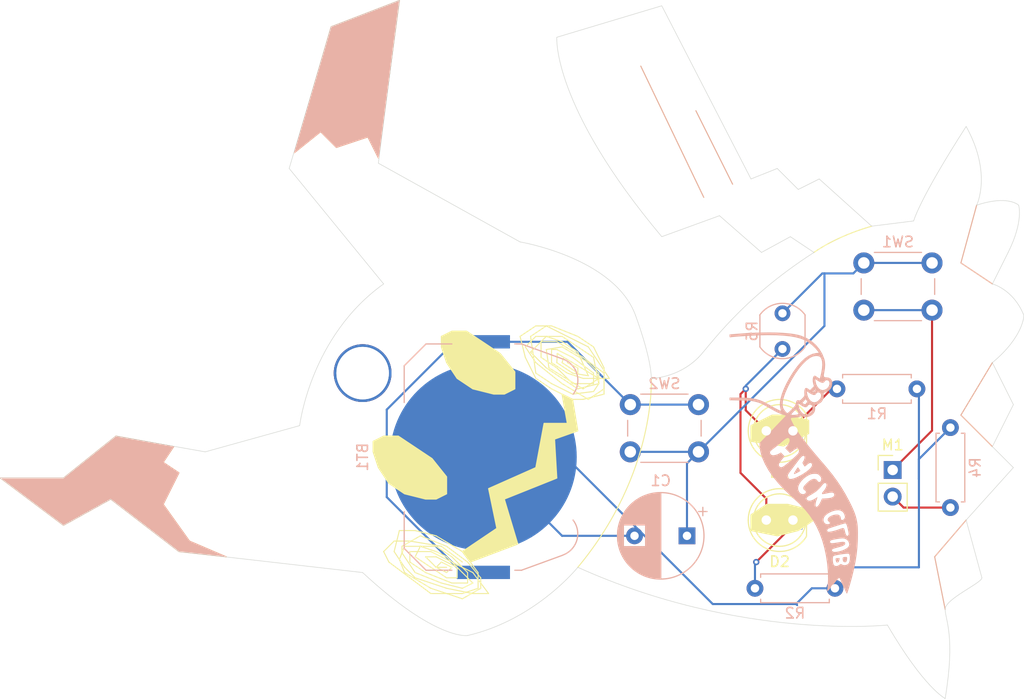
<source format=kicad_pcb>
(kicad_pcb (version 20241229) (generator "pcbnew") (generator_version "9.0")
  (layers (0 "F.Cu" signal) (2 "B.Cu" signal) (13 "F.Paste" user) (15 "B.Paste" user) (5 "F.SilkS" user "F.Silkscreen") (7 "B.SilkS" user "B.Silkscreen") (1 "F.Mask" user) (3 "B.Mask" user) (25 "Edge.Cuts" user))
  (net 0 "")
  (net 1 "Net-(BT1--)")
  (net 2 "Net-(BT1-+)")
  (net 3 "Net-(C1-Pad1)")
  (net 4 "Net-(D1-K)")
  (net 5 "Net-(D1-A)")
  (net 6 "Net-(D2-K)")
  (net 7 "Net-(M1-+)")
  (net 8 "Net-(M1--)")
  (footprint "LED_THT:LED_D5.0mm" (layer "F.Cu") (at 123 111.5 180)
    (property "Reference" "D2" (at 1.27 -3.96 0) (layer "F.SilkS"))
    (property "Value" "LED")
    (pad "1" thru_hole rect (at 0 0 180) (size 1.8 1.8) (drill 0.9) (layers "*.Cu" "*.Mask") (net 6 "Net-(D2-K)"))
    (pad "2" thru_hole circle (at 2.54 0 180) (size 1.8 1.8) (drill 0.9) (layers "*.Cu" "*.Mask") (net 5 "Net-(D1-A)"))
  )
  (footprint "Connector_PinHeader_2.54mm:PinHeader_1x02_P2.54mm_Vertical" (layer "F.Cu") (at 132.5 106.725)
    (property "Reference" "M1" (at 0 -2.38 0) (layer "F.SilkS"))
    (property "Value" "Motor_DC")
    (pad "1" thru_hole rect (at 0 0) (size 1.7 1.7) (drill 1) (layers "*.Cu" "*.Mask") (net 7 "Net-(M1-+)"))
    (pad "2" thru_hole circle (at 0 2.54) (size 1.7 1.7) (drill 1) (layers "*.Cu" "*.Mask") (net 8 "Net-(M1--)"))
  )
  (footprint "LED_THT:LED_D5.0mm" (layer "F.Cu") (at 123 103 180)
    (property "Reference" "D1" (at 1.27 -3.96 0) (layer "F.SilkS"))
    (property "Value" "LED")
    (pad "1" thru_hole rect (at 0 0 180) (size 1.8 1.8) (drill 0.9) (layers "*.Cu" "*.Mask") (net 4 "Net-(D1-K)"))
    (pad "2" thru_hole circle (at 2.54 0 180) (size 1.8 1.8) (drill 0.9) (layers "*.Cu" "*.Mask") (net 5 "Net-(D1-A)"))
  )
  (footprint "Capacitor_THT:CP_Radial_D8.0mm_P5.00mm" (layer "B.Cu") (at 112.902651 113 180)
    (property "Reference" "C1" (at 2.5 5.25 0) (layer "B.SilkS") (effects (justify mirror)))
    (property "Value" "C")
    (pad "1" thru_hole rect (at 0 0 180) (size 1.6 1.6) (drill 0.8) (layers "*.Cu" "*.Mask") (net 3 "Net-(C1-Pad1)"))
    (pad "2" thru_hole circle (at 5 0 180) (size 1.6 1.6) (drill 0.8) (layers "*.Cu" "*.Mask") (net 1 "Net-(BT1--)"))
  )
  (footprint "LOGO" (layer "B.Cu") (at 124 106 -90)
    (property "Reference" "G***" (hide yes))
    (property "Value" "LOGO" (hide yes))
  )
  (footprint "Button_Switch_THT:SW_PUSH_6mm" (layer "B.Cu") (at 114 100.5 180)
    (property "Reference" "SW2" (at 3.25 2 0) (layer "B.SilkS") (effects (justify mirror)))
    (property "Value" "SW_Push")
    (pad "1" thru_hole circle (at 0 0 90) (size 2 2) (drill 1.1) (layers "*.Cu" "*.Mask") (net 2 "Net-(BT1-+)"))
    (pad "1" thru_hole circle (at 6.5 0 90) (size 2 2) (drill 1.1) (layers "*.Cu" "*.Mask") (net 2 "Net-(BT1-+)"))
    (pad "2" thru_hole circle (at 0 -4.5 90) (size 2 2) (drill 1.1) (layers "*.Cu" "*.Mask") (net 3 "Net-(C1-Pad1)"))
    (pad "2" thru_hole circle (at 6.5 -4.5 90) (size 2 2) (drill 1.1) (layers "*.Cu" "*.Mask") (net 3 "Net-(C1-Pad1)"))
  )
  (footprint "Button_Switch_THT:SW_PUSH_6mm" (layer "B.Cu") (at 136.25 87 180)
    (property "Reference" "SW1" (at 3.25 2 0) (layer "B.SilkS") (effects (justify mirror)))
    (property "Value" "SW_Push")
    (pad "1" thru_hole circle (at 0 0 90) (size 2 2) (drill 1.1) (layers "*.Cu" "*.Mask") (net 3 "Net-(C1-Pad1)"))
    (pad "1" thru_hole circle (at 6.5 0 90) (size 2 2) (drill 1.1) (layers "*.Cu" "*.Mask") (net 3 "Net-(C1-Pad1)"))
    (pad "2" thru_hole circle (at 0 -4.5 90) (size 2 2) (drill 1.1) (layers "*.Cu" "*.Mask") (net 7 "Net-(M1-+)"))
    (pad "2" thru_hole circle (at 6.5 -4.5 90) (size 2 2) (drill 1.1) (layers "*.Cu" "*.Mask") (net 7 "Net-(M1-+)"))
  )
  (footprint "Battery:BatteryHolder_Keystone_3034_1x20mm" (layer "B.Cu") (at 93.5 105.5 -90)
    (property "Reference" "BT1" (at 0 11.5 90) (layer "B.SilkS") (effects (justify mirror)))
    (property "Value" "Battery_Cell")
    (pad "1" smd rect (at -10.985 0 270) (size 1.27 5.08) (layers "B.Cu" "B.Mask" "B.Paste") (net 2 "Net-(BT1-+)"))
    (pad "1" smd rect (at 10.985 0 270) (size 1.27 5.08) (layers "B.Cu" "B.Mask" "B.Paste") (net 2 "Net-(BT1-+)"))
    (pad "2" smd circle (at 0 0 270) (size 17.8 17.8) (layers "B.Cu" "B.Mask") (net 1 "Net-(BT1--)"))
  )
  (footprint "Resistor_THT:R_Axial_DIN0207_L6.3mm_D2.5mm_P7.62mm_Horizontal" (layer "B.Cu") (at 119.38 118)
    (property "Reference" "R2" (at 3.81 2.37 0) (layer "B.SilkS") (effects (justify mirror)))
    (property "Value" "220R")
    (pad "1" thru_hole circle (at 0 0) (size 1.6 1.6) (drill 0.8) (layers "*.Cu" "*.Mask") (net 6 "Net-(D2-K)"))
    (pad "2" thru_hole oval (at 7.62 0) (size 1.6 1.6) (drill 0.8) (layers "*.Cu" "*.Mask") (net 1 "Net-(BT1--)"))
  )
  (footprint "Resistor_THT:R_Axial_DIN0207_L6.3mm_D2.5mm_P7.62mm_Horizontal" (layer "B.Cu") (at 138 110.31 90)
    (property "Reference" "R4" (at 3.81 2.37 90) (layer "B.SilkS") (effects (justify mirror)))
    (property "Value" "220R")
    (pad "1" thru_hole circle (at 0 0 90) (size 1.6 1.6) (drill 0.8) (layers "*.Cu" "*.Mask") (net 8 "Net-(M1--)"))
    (pad "2" thru_hole oval (at 7.62 0 90) (size 1.6 1.6) (drill 0.8) (layers "*.Cu" "*.Mask") (net 1 "Net-(BT1--)"))
  )
  (footprint "OptoDevice:R_LDR_5.1x4.3mm_P3.4mm_Vertical" (layer "B.Cu") (at 122 91.8 -90)
    (property "Reference" "R5" (at 1.7 2.9 90) (layer "B.SilkS") (effects (justify mirror)))
    (property "Value" "R_Photo")
    (pad "1" thru_hole circle (at 0 0 270) (size 1.5 1.5) (drill 0.8) (layers "*.Cu" "*.Mask") (net 3 "Net-(C1-Pad1)"))
    (pad "2" thru_hole circle (at 3.4 0 270) (size 1.5 1.5) (drill 0.8) (layers "*.Cu" "*.Mask") (net 5 "Net-(D1-A)"))
  )
  (footprint "Resistor_THT:R_Axial_DIN0207_L6.3mm_D2.5mm_P7.62mm_Horizontal" (layer "B.Cu") (at 127.19 99)
    (property "Reference" "R1" (at 3.81 2.37 0) (layer "B.SilkS") (effects (justify mirror)))
    (property "Value" "220R")
    (pad "1" thru_hole circle (at 0 0) (size 1.6 1.6) (drill 0.8) (layers "*.Cu" "*.Mask") (net 4 "Net-(D1-K)"))
    (pad "2" thru_hole oval (at 7.62 0) (size 1.6 1.6) (drill 0.8) (layers "*.Cu" "*.Mask") (net 1 "Net-(BT1--)"))
  )
  (gr_line (start 91 116) (end 89 115) (stroke (width 0.1)) (layer "F.SilkS"))
  (gr_line (start 90.5 115) (end 89 114) (stroke (width 0.1)) (layer "F.SilkS"))
  (gr_line (start 101.5 97.5) (end 103 98) (stroke (width 0.1)) (layer "F.SilkS"))
  (gr_line (start 88 115) (end 89 116) (stroke (width 0.1)) (layer "F.SilkS"))
  (gr_line (start 97 94) (end 97.5 96) (stroke (width 0.1)) (layer "F.SilkS"))
  (gr_line (start 139 87) (end 140.5 81.5) (stroke (width 0.1)) (layer "F.SilkS"))
  (gr_line (start 100.5 97) (end 102 98.5) (stroke (width 0.1)) (layer "F.SilkS"))
  (gr_line (start 93 118) (end 93 116.5) (stroke (width 0.1)) (layer "F.SilkS"))
  (gr_line (start 101.5 94) (end 99.5 93) (stroke (width 0.1)) (layer "F.SilkS"))
  (gr_line (start 100.541667 95.625) (end 100.5 96.5) (stroke (width 0.1)) (layer "F.SilkS"))
  (gr_line (start 98.5 96.5) (end 101 98.5) (stroke (width 0.1)) (layer "F.SilkS"))
  (gr_line (start 86.5 117) (end 88.5 118.5) (stroke (width 0.1)) (layer "F.SilkS"))
  (gr_line (start 89 113) (end 87 112.5) (stroke (width 0.1)) (layer "F.SilkS"))
  (gr_line (start 92 115.5) (end 90 114) (stroke (width 0.1)) (layer "F.SilkS"))
  (gr_line (start 98.5 98) (end 100 99) (stroke (width 0.1)) (layer "F.SilkS"))
  (gr_line (start 103 98) (end 105.5 98) (stroke (width 0.1)) (layer "F.SilkS"))
  (gr_line (start 103.5 96.5) (end 101 95) (stroke (width 0.1)) (layer "F.SilkS"))
  (gr_line (start 93.25 117) (end 93.25 118) (stroke (width 0.1)) (layer "F.SilkS"))
  (gr_line (start 102.5 97) (end 101.5 96.5) (stroke (width 0.1)) (layer "F.SilkS"))
  (gr_line (start 91.5 115.5) (end 89.5 114) (stroke (width 0.1)) (layer "F.SilkS"))
  (gr_line (start 100 96.5) (end 101.5 97.5) (stroke (width 0.1)) (layer "F.SilkS"))
  (gr_line (start 84.5 115.5) (end 86.5 117) (stroke (width 0.1)) (layer "F.SilkS"))
  (gr_curve (pts (xy 102.5 116) (xy 110 107) (xy 109.5 98) (xy 109.5 98)) (stroke (width 0.1)) (layer "F.SilkS"))
  (gr_line (start 89.5 115) (end 88.5 114.5) (stroke (width 0.1)) (layer "F.SilkS"))
  (gr_line (start 102.5 99) (end 104.5 98.5) (stroke (width 0.1)) (layer "F.SilkS"))
  (gr_line (start 88 116.5) (end 90.5 117.5) (stroke (width 0.1)) (layer "F.SilkS"))
  (gr_line (start 97.5 95) (end 98.5 96.5) (stroke (width 0.1)) (layer "F.SilkS"))
  (gr_line (start 89.5 117.5) (end 91.5 118) (stroke (width 0.1)) (layer "F.SilkS"))
  (gr_line (start 100 95.25) (end 100 96.5) (stroke (width 0.1)) (layer "F.SilkS"))
  (gr_line (start 104 99.25) (end 104.5 98.5) (stroke (width 0.1)) (layer "F.SilkS"))
  (gr_line (start 89 114.5) (end 87.5 114) (stroke (width 0.1)) (layer "F.SilkS"))
  (gr_line (start 90 117) (end 91 117) (stroke (width 0.1)) (layer "F.SilkS"))
  (gr_line (start 92.5 118.5) (end 94 118.5) (stroke (width 0.1)) (layer "F.SilkS"))
  (gr_line (start 103.5 100) (end 105 99) (stroke (width 0.1)) (layer "F.SilkS"))
  (gr_line (start 104.5 97.5) (end 103.5 96.5) (stroke (width 0.1)) (layer "F.SilkS"))
  (gr_line (start 85 114.5) (end 86 116) (stroke (width 0.1)) (layer "F.SilkS"))
  (gr_line (start 86 116.5) (end 88.5 118) (stroke (width 0.1)) (layer "F.SilkS"))
  (gr_line (start 90 115) (end 89 114.5) (stroke (width 0.1)) (layer "F.SilkS"))
  (gr_line (start 94 118.5) (end 92.5 116.5) (stroke (width 0.1)) (layer "F.SilkS"))
  (gr_line (start 91.5 119) (end 93.25 118) (stroke (width 0.1)) (layer "F.SilkS"))
  (gr_line (start 101.166667 96) (end 101 96.5) (stroke (width 0.1)) (layer "F.SilkS"))
  (gr_poly (pts (xy 119 104) (xy 119 102.5) (xy 121 101.5) (xy 122.5 101.5) (xy 124.5 102) (xy 124.5 103.25) (xy 122.11111 104.444445)) (stroke (width 0.1)) (fill yes) (layer "F.SilkS"))
  (gr_line (start 90.5 116) (end 89.5 115.5) (stroke (width 0.1)) (layer "F.SilkS"))
  (gr_line (start 100.5 95.25) (end 100 95.25) (stroke (width 0.1)) (layer "F.SilkS"))
  (gr_line (start 85.5 112.5) (end 85 114.5) (stroke (width 0.1)) (layer "F.SilkS"))
  (gr_line (start 92 116.5) (end 90.5 115) (stroke (width 0.1)) (layer "F.SilkS"))
  (gr_line (start 103 100) (end 105 99.5) (stroke (width 0.1)) (layer "F.SilkS"))
  (gr_line (start 98 94) (end 98.5 97.5) (stroke (width 0.1)) (layer "F.SilkS"))
  (gr_line (start 86.5 115.5) (end 88 116.5) (stroke (width 0.1)) (layer "F.SilkS"))
  (gr_line (start 102 96) (end 100.5 95.25) (stroke (width 0.1)) (layer "F.SilkS"))
  (gr_line (start 104 97.5) (end 102 96) (stroke (width 0.1)) (layer "F.SilkS"))
  (gr_line (start 89 116) (end 90 116) (stroke (width 0.1)) (layer "F.SilkS"))
  (gr_line (start 89 114) (end 87.5 114) (stroke (width 0.1)) (layer "F.SilkS"))
  (gr_line (start 90 118) (end 92.5 118.5) (stroke (width 0.1)) (layer "F.SilkS"))
  (gr_line (start 117.25 79.5) (end 113.75 72.5) (stroke (width 0.1)) (layer "F.SilkS"))
  (gr_line (start 93.25 117) (end 92 115.5) (stroke (width 0.1)) (layer "F.SilkS"))
  (gr_line (start 93 116.5) (end 91.5 114.5) (stroke (width 0.1)) (layer "F.SilkS"))
  (gr_line (start 104 98.5) (end 104 97.5) (stroke (width 0.1)) (layer "F.SilkS"))
  (gr_line (start 98.5 97.5) (end 100 98.5) (stroke (width 0.1)) (layer "F.SilkS"))
  (gr_line (start 99.5 95.25) (end 99.75 97) (stroke (width 0.1)) (layer "F.SilkS"))
  (gr_line (start 90.5 117.5) (end 92 117.5) (stroke (width 0.1)) (layer "F.SilkS"))
  (gr_line (start 100.5 94.5) (end 99 94.5) (stroke (width 0.1)) (layer "F.SilkS"))
  (gr_poly (pts (xy 122.5 110) (xy 120.5 110) (xy 119 111) (xy 119 112.5) (xy 121.5 113) (xy 123.5 112.5) (xy 125 111.5) (xy 124.5 110.5)) (stroke (width 0.1)) (fill yes) (layer "F.SilkS"))
  (gr_line (start 142 104.5) (end 139 101.5) (stroke (width 0.1)) (layer "F.SilkS"))
  (gr_line (start 90 116.5) (end 90.5 116) (stroke (width 0.1)) (layer "F.SilkS"))
  (gr_line (start 98.5 93) (end 97 94) (stroke (width 0.1)) (layer "F.SilkS"))
  (gr_poly (pts (xy 90 107.375) (xy 88.614286 105.642858) (xy 85.399999 103.5) (xy 84 103.5) (xy 83 104) (xy 83 105) (xy 83.5 106.5) (xy 84.5 108) (xy 86 109) (xy 88 109.5) (xy 89 109.5) (xy 90 109)) (stroke (width 0.1)) (fill yes) (layer "F.SilkS"))
  (gr_line (start 91 117) (end 91 116) (stroke (width 0.1)) (layer "F.SilkS"))
  (gr_line (start 84 114.5) (end 84.5 115.5) (stroke (width 0.1)) (layer "F.SilkS"))
  (gr_line (start 87.5 113) (end 85.75 114) (stroke (width 0.1)) (layer "F.SilkS"))
  (gr_line (start 104 95) (end 102.5 94) (stroke (width 0.1)) (layer "F.SilkS"))
  (gr_line (start 102 100) (end 103 100) (stroke (width 0.1)) (layer "F.SilkS"))
  (gr_line (start 102 96.5) (end 100.541667 95.625) (stroke (width 0.1)) (layer "F.SilkS"))
  (gr_line (start 91.5 118) (end 92.5 117.5) (stroke (width 0.1)) (layer "F.SilkS"))
  (gr_line (start 86 114) (end 85.5 115.25) (stroke (width 0.1)) (layer "F.SilkS"))
  (gr_line (start 102.5 99) (end 99.5 97) (stroke (width 0.1)) (layer "F.SilkS"))
  (gr_line (start 91.5 116.5) (end 90 115) (stroke (width 0.1)) (layer "F.SilkS"))
  (gr_line (start 105.5 98) (end 103.5 95) (stroke (width 0.1)) (layer "F.SilkS"))
  (gr_line (start 100 93) (end 98.5 93) (stroke (width 0.1)) (layer "F.SilkS"))
  (gr_line (start 104.5 98.5) (end 104.5 97.5) (stroke (width 0.1)) (layer "F.SilkS"))
  (gr_line (start 105 99) (end 105 97) (stroke (width 0.1)) (layer "F.SilkS"))
  (gr_line (start 89 116) (end 90 116.5) (stroke (width 0.1)) (layer "F.SilkS"))
  (gr_line (start 89 113) (end 91.5 114.5) (stroke (width 0.1)) (layer "F.SilkS"))
  (gr_line (start 85.75 114) (end 85.75 114.625) (stroke (width 0.1)) (layer "F.SilkS"))
  (gr_line (start 99.75 97) (end 103 99) (stroke (width 0.1)) (layer "F.SilkS"))
  (gr_poly (pts (xy 79 64.5) (xy 85.5 62) (xy 83.5 77) (xy 82.5 75) (xy 79.5 76) (xy 78 74.5) (xy 75.5 76.5)) (stroke (width 0.1)) (fill yes) (layer "F.SilkS"))
  (gr_line (start 92.5 117.5) (end 91.5 116.5) (stroke (width 0.1)) (layer "F.SilkS"))
  (gr_line (start 98.5 94) (end 97.5 95) (stroke (width 0.1)) (layer "F.SilkS"))
  (gr_line (start 98 95.5) (end 99.5 97) (stroke (width 0.1)) (layer "F.SilkS"))
  (gr_line (start 101 94) (end 98.5 94) (stroke (width 0.1)) (layer "F.SilkS"))
  (gr_line (start 102.5 97.5) (end 102.5 97) (stroke (width 0.1)) (layer "F.SilkS"))
  (gr_line (start 97.5 96) (end 98.5 98) (stroke (width 0.1)) (layer "F.SilkS"))
  (gr_line (start 99 94.5) (end 99 96) (stroke (width 0.1)) (layer "F.SilkS"))
  (gr_line (start 100 99) (end 102 100) (stroke (width 0.1)) (layer "F.SilkS"))
  (gr_line (start 99 96) (end 100.5 97) (stroke (width 0.1)) (layer "F.SilkS"))
  (gr_line (start 105 97.5) (end 103 96) (stroke (width 0.1)) (layer "F.SilkS"))
  (gr_line (start 89 115) (end 88 115) (stroke (width 0.1)) (layer "F.SilkS"))
  (gr_line (start 88.5 114.5) (end 87.5 114.5) (stroke (width 0.1)) (layer "F.SilkS"))
  (gr_line (start 139.5 111.5) (end 136.5 115) (stroke (width 0.1)) (layer "F.SilkS"))
  (gr_line (start 105 97) (end 104 95) (stroke (width 0.1)) (layer "F.SilkS"))
  (gr_line (start 99 94.5) (end 98 95.5) (stroke (width 0.1)) (layer "F.SilkS"))
  (gr_line (start 103 96) (end 100.5 94.5) (stroke (width 0.1)) (layer "F.SilkS"))
  (gr_line (start 92 117.5) (end 92 116.5) (stroke (width 0.1)) (layer "F.SilkS"))
  (gr_line (start 87.5 114) (end 87 115) (stroke (width 0.1)) (layer "F.SilkS"))
  (gr_line (start 103.5 95) (end 101.5 94) (stroke (width 0.1)) (layer "F.SilkS"))
  (gr_poly (pts (xy 58.5 103.5) (xy 53.5 107.5) (xy 47.5 107.5) (xy 53.5 112) (xy 58 109.5) (xy 64.5 114.5) (xy 69 115) (xy 65.5 113.5) (xy 63 110) (xy 64.5 107) (xy 63 106) (xy 64 104.5)) (stroke (width 0.1)) (fill yes) (layer "F.SilkS"))
  (gr_line (start 101 98.5) (end 103.5 100) (stroke (width 0.1)) (layer "F.SilkS"))
  (gr_line (start 87.5 114) (end 86 114) (stroke (width 0.1)) (layer "F.SilkS"))
  (gr_line (start 103 99) (end 104.5 98) (stroke (width 0.1)) (layer "F.SilkS"))
  (gr_line (start 102 97.5) (end 103.5 97.75) (stroke (width 0.1)) (layer "F.SilkS"))
  (gr_line (start 101 94.5) (end 99.5 94) (stroke (width 0.1)) (layer "F.SilkS"))
  (gr_line (start 85.75 114.625) (end 87 116.5) (stroke (width 0.1)) (layer "F.SilkS"))
  (gr_line (start 91.5 118.5) (end 93 118) (stroke (width 0.1)) (layer "F.SilkS"))
  (gr_poly (pts (xy 91.5 114.5) (xy 94.785714 112.285714) (xy 94 108.5) (xy 98.5 106.5) (xy 99.285714 102.285714) (xy 101.5 102.285714) (xy 101 99.5) (xy 102 100) (xy 102.5 103) (xy 100.285714 103.785714) (xy 100.5 107.5) (xy 95.5 109.5) (xy 96.785714 113.785714) (xy 92.25 115.5)) (stroke (width 0.1)) (fill yes) (layer "F.SilkS"))
  (gr_line (start 100 98.5) (end 102 99.5) (stroke (width 0.1)) (layer "F.SilkS"))
  (gr_line (start 85.5 115.25) (end 86 116.5) (stroke (width 0.1)) (layer "F.SilkS"))
  (gr_line (start 87 117) (end 90 118) (stroke (width 0.1)) (layer "F.SilkS"))
  (gr_line (start 139 101.5) (end 142 96.5) (stroke (width 0.1)) (layer "F.SilkS"))
  (gr_line (start 87.5 114.5) (end 86.5 114.5) (stroke (width 0.1)) (layer "F.SilkS"))
  (gr_line (start 114.5 80.75) (end 108.5 68.25) (stroke (width 0.1)) (layer "F.SilkS"))
  (gr_line (start 86.5 113.5) (end 85 113.5) (stroke (width 0.1)) (layer "F.SilkS"))
  (gr_line (start 136.5 115) (end 137.5 120) (stroke (width 0.1)) (layer "F.SilkS"))
  (gr_line (start 99.5 93) (end 98 94) (stroke (width 0.1)) (layer "F.SilkS"))
  (gr_line (start 101 96.5) (end 102.5 97.5) (stroke (width 0.1)) (layer "F.SilkS"))
  (gr_line (start 142 89) (end 139 87) (stroke (width 0.1)) (layer "F.SilkS"))
  (gr_line (start 90 114) (end 87.5 113) (stroke (width 0.1)) (layer "F.SilkS"))
  (gr_line (start 92.5 116.5) (end 91.5 116) (stroke (width 0.1)) (layer "F.SilkS"))
  (gr_line (start 100.5 96.5) (end 102 97.5) (stroke (width 0.1)) (layer "F.SilkS"))
  (gr_line (start 91.5 116) (end 89.5 115) (stroke (width 0.1)) (layer "F.SilkS"))
  (gr_line (start 87 115) (end 90 117) (stroke (width 0.1)) (layer "F.SilkS"))
  (gr_poly (pts (xy 96.5 97.375) (xy 95.114286 95.642858) (xy 91.899999 93.5) (xy 90.5 93.5) (xy 89.5 94) (xy 89.5 95) (xy 90 96.5) (xy 91 98) (xy 92.5 99) (xy 94.5 99.5) (xy 95.5 99.5) (xy 96.5 99)) (stroke (width 0.1)) (fill yes) (layer "F.SilkS"))
  (gr_line (start 86 116) (end 87 117) (stroke (width 0.1)) (layer "F.SilkS"))
  (gr_line (start 103.5 97.75) (end 102.5 95.5) (stroke (width 0.1)) (layer "F.SilkS"))
  (gr_line (start 88.5 118) (end 91.5 119) (stroke (width 0.1)) (layer "F.SilkS"))
  (gr_line (start 86.5 114.5) (end 86.5 115.5) (stroke (width 0.1)) (layer "F.SilkS"))
  (gr_line (start 102 98.5) (end 104 98.5) (stroke (width 0.1)) (layer "F.SilkS"))
  (gr_line (start 102.5 95.5) (end 101 94.5) (stroke (width 0.1)) (layer "F.SilkS"))
  (gr_line (start 89.5 115.5) (end 89 116) (stroke (width 0.1)) (layer "F.SilkS"))
  (gr_line (start 104.5 98.5) (end 104 96) (stroke (width 0.1)) (layer "F.SilkS"))
  (gr_line (start 104 96) (end 101 94) (stroke (width 0.1)) (layer "F.SilkS"))
  (gr_line (start 101 95) (end 99.5 95.25) (stroke (width 0.1)) (layer "F.SilkS"))
  (gr_curve (pts (xy 130.5 83.5) (xy 127 84.5) (xy 125 86) (xy 125 86)) (stroke (width 0.1)) (layer "F.SilkS"))
  (gr_line (start 104.5 98) (end 102 96.5) (stroke (width 0.1)) (layer "F.SilkS"))
  (gr_line (start 105 99.5) (end 105 97.5) (stroke (width 0.1)) (layer "F.SilkS"))
  (gr_line (start 102 99.5) (end 104 99.25) (stroke (width 0.1)) (layer "F.SilkS"))
  (gr_line (start 85 113.5) (end 84 114.5) (stroke (width 0.1)) (layer "F.SilkS"))
  (gr_line (start 102.5 94) (end 100 93) (stroke (width 0.1)) (layer "F.SilkS"))
  (gr_line (start 89.5 114) (end 86.5 113.5) (stroke (width 0.1)) (layer "F.SilkS"))
  (gr_line (start 88.5 118.5) (end 91.5 118.5) (stroke (width 0.1)) (layer "F.SilkS"))
  (gr_line (start 99.5 94) (end 99 94.5) (stroke (width 0.1)) (layer "F.SilkS"))
  (gr_line (start 87 112.5) (end 85.5 112.5) (stroke (width 0.1)) (layer "F.SilkS"))
  (gr_line (start 87 116.5) (end 89.5 117.5) (stroke (width 0.1)) (layer "F.SilkS"))
  (gr_poly (pts (xy 58.5 103.5) (xy 53.5 107.5) (xy 47.5 107.5) (xy 53.5 112) (xy 58 109.5) (xy 64.5 114.5) (xy 69 115) (xy 65.5 113.5) (xy 63 110) (xy 64.5 107) (xy 63 106) (xy 64 104.5)) (stroke (width 0.1)) (fill yes) (layer "B.SilkS"))
  (gr_line (start 139.5 111.5) (end 136.5 115) (stroke (width 0.1)) (layer "B.SilkS"))
  (gr_line (start 114.5 80.75) (end 108.5 68.25) (stroke (width 0.1)) (layer "B.SilkS"))
  (gr_poly (pts (xy 79 64.5) (xy 85.5 62) (xy 83.5 77) (xy 82.5 75) (xy 79.5 76) (xy 78 74.5) (xy 75.5 76.5)) (stroke (width 0.1)) (fill yes) (layer "B.SilkS"))
  (gr_line (start 142 104.5) (end 139 101.5) (stroke (width 0.1)) (layer "B.SilkS"))
  (gr_line (start 139 101.5) (end 142 96.5) (stroke (width 0.1)) (layer "B.SilkS"))
  (gr_line (start 142 89) (end 139 87) (stroke (width 0.1)) (layer "B.SilkS"))
  (gr_line (start 117.25 79.5) (end 113.75 72.5) (stroke (width 0.1)) (layer "B.SilkS"))
  (gr_line (start 139 87) (end 140.5 81.5) (stroke (width 0.1)) (layer "B.SilkS"))
  (gr_line (start 136.5 115) (end 137.5 120) (stroke (width 0.1)) (layer "B.SilkS"))
  (gr_curve (pts (xy 142 96.5) (xy 145 94) (xy 145 92) (xy 145 92)) (stroke (width 0.05)) (layer "Edge.Cuts"))
  (gr_line (start 120 86) (end 122.75 84.5) (stroke (width 0.05)) (layer "Edge.Cuts"))
  (gr_curve (pts (xy 125 86) (xy 118 90.5) (xy 115 95) (xy 114 96)) (stroke (width 0.05)) (layer "Edge.Cuts"))
  (gr_line (start 47.5 107.5) (end 53.5 112) (stroke (width 0.05)) (layer "Edge.Cuts"))
  (gr_curve (pts (xy 139.5 111.5) (xy 139.5 111.5) (xy 144 106.5) (xy 144 106.5)) (stroke (width 0.05)) (layer "Edge.Cuts"))
  (gr_line (start 83.5 77.5) (end 85.5 62) (stroke (width 0.05)) (layer "Edge.Cuts"))
  (gr_curve (pts (xy 144.5 81.5) (xy 144.5 81.5) (xy 145 83) (xy 143.5 86)) (stroke (width 0.05)) (layer "Edge.Cuts"))
  (gr_curve (pts (xy 132 121.5) (xy 135.5 127.5) (xy 137.5 128.5) (xy 137.5 128.5)) (stroke (width 0.05)) (layer "Edge.Cuts"))
  (gr_line (start 64.5 114.5) (end 82 116.5) (stroke (width 0.05)) (layer "Edge.Cuts"))
  (gr_curve (pts (xy 145 92) (xy 144 89.5) (xy 142 89) (xy 142 89)) (stroke (width 0.05)) (layer "Edge.Cuts"))
  (gr_line (start 85.5 62) (end 79 64.5) (stroke (width 0.05)) (layer "Edge.Cuts"))
  (gr_line (start 110.5 62.5) (end 100.5 65.5) (stroke (width 0.05)) (layer "Edge.Cuts"))
  (gr_line (start 119 79) (end 110.5 62.5) (stroke (width 0.05)) (layer "Edge.Cuts"))
  (gr_line (start 121.5 78) (end 119 79) (stroke (width 0.05)) (layer "Edge.Cuts"))
  (gr_line (start 116 82.5) (end 120 86) (stroke (width 0.05)) (layer "Edge.Cuts"))
  (gr_line (start 53.5 107.5) (end 58.5 103.5) (stroke (width 0.05)) (layer "Edge.Cuts"))
  (gr_curve (pts (xy 109.5 98) (xy 109.5 96) (xy 108 92) (xy 108 92)) (stroke (width 0.05)) (layer "Edge.Cuts"))
  (gr_line (start 122.75 84.5) (end 125 86) (stroke (width 0.05)) (layer "Edge.Cuts"))
  (gr_curve (pts (xy 140.5 81.5) (xy 143.5 80.5) (xy 144.5 81.5) (xy 144.5 81.5)) (stroke (width 0.05)) (layer "Edge.Cuts"))
  (gr_line (start 47.5 107.5) (end 53.5 107.5) (stroke (width 0.05)) (layer "Edge.Cuts"))
  (gr_curve (pts (xy 114 96) (xy 112 98) (xy 109.5 98) (xy 109.5 98)) (stroke (width 0.05)) (layer "Edge.Cuts"))
  (gr_line (start 130.5 83.5) (end 125.5 79) (stroke (width 0.05)) (layer "Edge.Cuts"))
  (gr_curve (pts (xy 84 89) (xy 77 94) (xy 76 102.5) (xy 76 102.5)) (stroke (width 0.05)) (layer "Edge.Cuts"))
  (gr_line (start 75 78) (end 84 89) (stroke (width 0.05)) (layer "Edge.Cuts"))
  (gr_line (start 110.5 84.5) (end 116 82.5) (stroke (width 0.05)) (layer "Edge.Cuts"))
  (gr_curve (pts (xy 82 116.5) (xy 89 123) (xy 92 122.5) (xy 92 122.5)) (stroke (width 0.05)) (layer "Edge.Cuts"))
  (gr_curve (pts (xy 139.5 74) (xy 142 78.5) (xy 140.5 81.5) (xy 140.5 81.5)) (stroke (width 0.05)) (layer "Edge.Cuts"))
  (gr_curve (pts (xy 92 122.5) (xy 98.5 121) (xy 102.5 116) (xy 102.5 116)) (stroke (width 0.05)) (layer "Edge.Cuts"))
  (gr_line (start 125.5 79) (end 123.5 80) (stroke (width 0.05)) (layer "Edge.Cuts"))
  (gr_curve (pts (xy 137.5 128.5) (xy 138.5 122.5) (xy 137.5 121) (xy 137.5 120)) (stroke (width 0.05)) (layer "Edge.Cuts"))
  (gr_line (start 58.5 103.5) (end 67 105) (stroke (width 0.05)) (layer "Edge.Cuts"))
  (gr_line (start 53.5 112) (end 58 109.5) (stroke (width 0.05)) (layer "Edge.Cuts"))
  (gr_curve (pts (xy 108 92) (xy 106 86.5) (xy 97 85) (xy 97 85)) (stroke (width 0.05)) (layer "Edge.Cuts"))
  (gr_line (start 142 104.5) (end 144 100.5) (stroke (width 0.05)) (layer "Edge.Cuts"))
  (gr_curve (pts (xy 143.5 86) (xy 142 89) (xy 142 89) (xy 142 89)) (stroke (width 0.05)) (layer "Edge.Cuts"))
  (gr_curve (pts (xy 110.5 84.5) (xy 100 72) (xy 100.5 65.5) (xy 100.5 65.5)) (stroke (width 0.05)) (layer "Edge.Cuts"))
  (gr_curve (pts (xy 139.5 74) (xy 135 81) (xy 134.5 83) (xy 134.5 83)) (stroke (width 0.05)) (layer "Edge.Cuts"))
  (gr_line (start 97 85) (end 83.5 77.5) (stroke (width 0.05)) (layer "Edge.Cuts"))
  (gr_line (start 144 106.5) (end 142 104.5) (stroke (width 0.05)) (layer "Edge.Cuts"))
  (gr_line (start 79 64.5) (end 75 78) (stroke (width 0.05)) (layer "Edge.Cuts"))
  (gr_curve (pts (xy 102.5 116) (xy 118 123) (xy 132 121.5) (xy 132 121.5)) (stroke (width 0.05)) (layer "Edge.Cuts"))
  (gr_line (start 58 109.5) (end 64.5 114.5) (stroke (width 0.05)) (layer "Edge.Cuts"))
  (gr_line (start 67 105) (end 76 102.5) (stroke (width 0.05)) (layer "Edge.Cuts"))
  (gr_line (start 123.5 80) (end 121.5 78) (stroke (width 0.05)) (layer "Edge.Cuts"))
  (gr_curve (pts (xy 141 117) (xy 139.5 111.5) (xy 139.5 111.5) (xy 139.5 111.5)) (stroke (width 0.05)) (layer "Edge.Cuts"))
  (gr_line (start 134.5 83) (end 130.5 83.5) (stroke (width 0.05)) (layer "Edge.Cuts"))
  (gr_line (start 144 100.5) (end 142 96.5) (stroke (width 0.05)) (layer "Edge.Cuts"))
  (gr_curve (pts (xy 137.5 120) (xy 137.5 119) (xy 141 117.5) (xy 141 117)) (stroke (width 0.05)) (layer "Edge.Cuts"))
  (via (at 82 97.5) (size 5.5) (drill 5) (layers "F.Cu" "B.Cu") (net 0))
  (via (at 82 97.5) (size 5.5) (drill 5) (layers "F.Cu" "B.Cu") (net 0))
  (segment (start 135 116) (end 135 107.595) (width 0.2) (layer "B.Cu") (net 1))
  (segment (start 135 98.69) (end 135 107.595) (width 0.2) (layer "B.Cu") (net 1))
  (segment (start 135 107.595) (end 135 105.69) (width 0.2) (layer "B.Cu") (net 1))
  (segment (start 124.798 118) (end 127 118) (width 0.2) (layer "B.Cu") (net 1))
  (segment (start 135 105.69) (end 138 102.69) (width 0.2) (layer "B.Cu") (net 1))
  (segment (start 127 116) (end 135 116) (width 0.2) (layer "B.Cu") (net 1))
  (segment (start 107.902651 113) (end 101 113) (width 0.2) (layer "B.Cu") (net 1))
  (segment (start 123.298 119.5) (end 115.358074 119.5) (width 0.2) (layer "B.Cu") (net 1))
  (segment (start 127 118.5) (end 127 116) (width 0.2) (layer "B.Cu") (net 1))
  (segment (start 123.298 119.5) (end 124.798 118) (width 0.2) (layer "B.Cu") (net 1))
  (segment (start 101.358074 105.5) (end 93.5 105.5) (width 0.2) (layer "B.Cu") (net 1))
  (segment (start 101 113) (end 93.5 105.5) (width 0.2) (layer "B.Cu") (net 1))
  (segment (start 123.399 119.601) (end 123.298 119.5) (width 0.2) (layer "B.Cu") (net 1))
  (segment (start 134.81 98.5) (end 135 98.69) (width 0.2) (layer "B.Cu") (net 1))
  (segment (start 115.358074 119.5) (end 101.358074 105.5) (width 0.2) (layer "B.Cu") (net 1))
  (segment (start 90.76 94.515) (end 93.5 94.515) (width 0.2) (layer "B.Cu") (net 2))
  (segment (start 84.299 109.311179) (end 84.299 100.976) (width 0.2) (layer "B.Cu") (net 2))
  (segment (start 93.5 94.515) (end 101.515 94.515) (width 0.2) (layer "B.Cu") (net 2))
  (segment (start 101.515 94.515) (end 107.5 100.5) (width 0.2) (layer "B.Cu") (net 2))
  (segment (start 93.5 116.485) (end 91.472821 116.485) (width 0.2) (layer "B.Cu") (net 2))
  (segment (start 91.472821 116.485) (end 84.299 109.311179) (width 0.2) (layer "B.Cu") (net 2))
  (segment (start 114 100.5) (end 107.5 100.5) (width 0.2) (layer "B.Cu") (net 2))
  (segment (start 84.299 100.976) (end 90.76 94.515) (width 0.2) (layer "B.Cu") (net 2))
  (segment (start 125.8 88) (end 126 88) (width 0.2) (layer "B.Cu") (net 3))
  (segment (start 126 93) (end 114 105) (width 0.2) (layer "B.Cu") (net 3))
  (segment (start 122 91.8) (end 125.8 88) (width 0.2) (layer "B.Cu") (net 3))
  (segment (start 126 88) (end 128.75 88) (width 0.2) (layer "B.Cu") (net 3))
  (segment (start 126 88) (end 126 93) (width 0.2) (layer "B.Cu") (net 3))
  (segment (start 128.75 88) (end 129.75 87) (width 0.2) (layer "B.Cu") (net 3))
  (segment (start 114 105) (end 112.902651 106.097349) (width 0.2) (layer "B.Cu") (net 3))
  (segment (start 112.902651 106.097349) (end 112.902651 113) (width 0.2) (layer "B.Cu") (net 3))
  (segment (start 129.75 87) (end 136.25 87) (width 0.2) (layer "B.Cu") (net 3))
  (segment (start 107.5 105) (end 114 105) (width 0.2) (layer "B.Cu") (net 3))
  (segment (start 123 102.69) (end 127.19 98.5) (width 0.2) (layer "F.Cu") (net 4))
  (segment (start 123 103) (end 123 102.69) (width 0.2) (layer "F.Cu") (net 4))
  (segment (start 118.5 101.04) (end 120.46 103) (width 0.2) (layer "F.Cu") (net 5))
  (segment (start 118 107) (end 118 99.5) (width 0.2) (layer "F.Cu") (net 5))
  (segment (start 120.46 111.5) (end 120.46 109.46) (width 0.2) (layer "F.Cu") (net 5))
  (segment (start 118.5 99) (end 118.5 101.04) (width 0.2) (layer "F.Cu") (net 5))
  (segment (start 120.46 109.46) (end 118 107) (width 0.2) (layer "F.Cu") (net 5))
  (segment (start 118 99.5) (end 118.5 99) (width 0.2) (layer "F.Cu") (net 5))
  (via (at 118.5 99) (size 0.6) (drill 0.3) (layers "F.Cu" "B.Cu") (net 5))
  (segment (start 118.5 98.7) (end 118.5 99) (width 0.2) (layer "B.Cu") (net 5))
  (segment (start 119.38 112.345) (end 120.225 111.5) (width 0.2) (layer "B.Cu") (net 5))
  (segment (start 122 95.2) (end 118.5 98.7) (width 0.2) (layer "B.Cu") (net 5))
  (segment (start 119.5 115.5) (end 123 112) (width 0.2) (layer "F.Cu") (net 6))
  (segment (start 123 112) (end 123 111.5) (width 0.2) (layer "F.Cu") (net 6))
  (via (at 119.5 115.5) (size 0.6) (drill 0.3) (layers "F.Cu" "B.Cu") (net 6))
  (segment (start 119.38 118.5) (end 119.38 115.62) (width 0.2) (layer "B.Cu") (net 6))
  (segment (start 119.38 115.62) (end 119.5 115.5) (width 0.2) (layer "B.Cu") (net 6))
  (segment (start 136.25 102.975) (end 132.725 106.5) (width 0.2) (layer "F.Cu") (net 7))
  (segment (start 132.725 106.5) (end 132.725 107) (width 0.2) (layer "F.Cu") (net 7))
  (segment (start 136.25 91.5) (end 136.25 102.975) (width 0.2) (layer "F.Cu") (net 7))
  (segment (start 129.75 91.5) (end 136.25 91.5) (width 0.2) (layer "B.Cu") (net 7))
  (segment (start 138 110.31) (end 133.545 110.31) (width 0.2) (layer "F.Cu") (net 8))
  (segment (start 133.545 110.31) (end 132.5 109.265) (width 0.2) (layer "F.Cu") (net 8))
  (segment (start 132.5 109.265) (end 132.5 109.765) (width 0.2) (layer "F.Cu") (net 8))
  (segment (start 137.73 110.04) (end 138 110.31) (width 0.2) (layer "F.Cu") (net 8))
)
</source>
